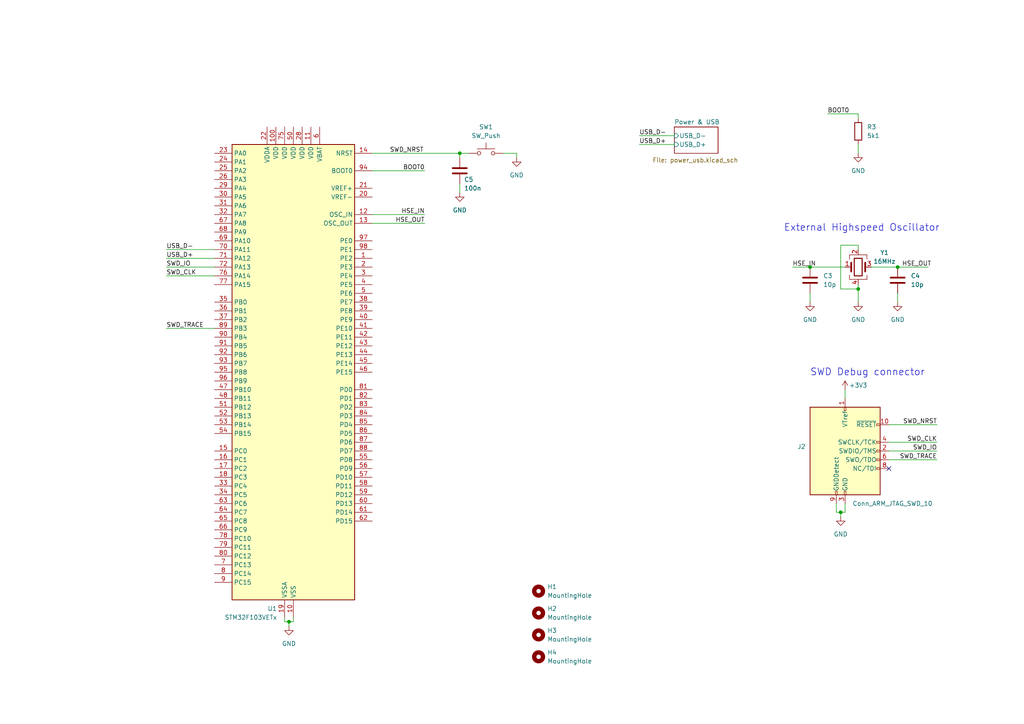
<source format=kicad_sch>
(kicad_sch (version 20230121) (generator eeschema)
  (paper "A4")
  (lib_symbols
    (symbol "Connector:Conn_ARM_JTAG_SWD_10" (pin_names (offset 1.016))
      (property "Reference" "J" (at -2.54 16.51 0))
      (property "Value" "Conn_ARM_JTAG_SWD_10" (at -2.54 13.97 0))
      (symbol "Conn_ARM_JTAG_SWD_10_0_1"
        (rectangle (start -10.16 12.7) (end 10.16 -12.7) (stroke (width 0.254)) (fill (type background)))
        (rectangle (start -2.794 -12.7) (end -2.286 -11.684))
        (rectangle (start -0.254 -12.7) (end 0.254 -11.684))
        (rectangle (start -0.254 12.7) (end 0.254 11.684))
        (rectangle (start 9.144 2.286) (end 10.16 2.794))
        (rectangle (start 10.16 -2.794) (end 9.144 -2.286))
        (rectangle (start 10.16 -0.254) (end 9.144 0.254))
        (rectangle (start 10.16 7.874) (end 9.144 7.366))
      )
      (symbol "Conn_ARM_JTAG_SWD_10_1_1"
        (rectangle (start 9.144 -5.334) (end 10.16 -4.826))
        (pin power_in line (at 0 15.24 270) (length 2.54) (name "VTref") (number "1"))
        (pin open_collector line (at 12.7 7.62 180) (length 2.54) (name "~{RESET}") (number "10"))
        (pin bidirectional line (at 12.7 0 180) (length 2.54) (name "SWDIO/TMS") (number "2"))
        (pin power_in line (at 0 -15.24 90) (length 2.54) (name "GND") (number "3"))
        (pin output line (at 12.7 2.54 180) (length 2.54) (name "SWCLK/TCK") (number "4"))
        (pin passive line (at 0 -15.24 90) (length 2.54) hide (name "GND") (number "5"))
        (pin input line (at 12.7 -2.54 180) (length 2.54) (name "SWO/TDO") (number "6"))
        (pin no_connect line (at -10.16 0 0) (length 2.54) hide (name "KEY") (number "7"))
        (pin output line (at 12.7 -5.08 180) (length 2.54) (name "NC/TDI") (number "8"))
        (pin passive line (at -2.54 -15.24 90) (length 2.54) (name "GNDDetect") (number "9"))
      )
    )
    (symbol "Device:C" (pin_numbers hide) (pin_names (offset 0.254))
      (property "Reference" "C" (at 0.635 2.54 0))
      (property "Value" "C" (at 0.635 -2.54 0))
      (symbol "C_0_1"
        (polyline (pts (xy -2.032 -0.762) (xy 2.032 -0.762)) (stroke (width 0.508)))
        (polyline (pts (xy -2.032 0.762) (xy 2.032 0.762)) (stroke (width 0.508)))
      )
      (symbol "C_1_1"
        (pin passive line (at 0 3.81 270) (length 2.794) (name "~") (number "1"))
        (pin passive line (at 0 -3.81 90) (length 2.794) (name "~") (number "2"))
      )
    )
    (symbol "Device:Crystal_GND24" (pin_names (offset 1.016) hide)
      (property "Reference" "Y" (at 3.175 5.08 0))
      (property "Value" "Crystal_GND24" (at 3.175 3.175 0))
      (symbol "Crystal_GND24_0_1"
        (rectangle (start -1.143 2.54) (end 1.143 -2.54) (stroke (width 0.3048)))
        (polyline (pts (xy -2.54 0) (xy -2.032 0)))
        (polyline (pts (xy -2.032 -1.27) (xy -2.032 1.27)) (stroke (width 0.508)))
        (polyline (pts (xy 0 -3.81) (xy 0 -3.556)))
        (polyline (pts (xy 0 3.556) (xy 0 3.81)))
        (polyline (pts (xy 2.032 -1.27) (xy 2.032 1.27)) (stroke (width 0.508)))
        (polyline (pts (xy 2.032 0) (xy 2.54 0)))
        (polyline (pts (xy -2.54 -2.286) (xy -2.54 -3.556) (xy 2.54 -3.556) (xy 2.54 -2.286)))
        (polyline (pts (xy -2.54 2.286) (xy -2.54 3.556) (xy 2.54 3.556) (xy 2.54 2.286)))
      )
      (symbol "Crystal_GND24_1_1"
        (pin passive line (at -3.81 0 0) (length 1.27) (name "1") (number "1"))
        (pin passive line (at 0 5.08 270) (length 1.27) (name "2") (number "2"))
        (pin passive line (at 3.81 0 180) (length 1.27) (name "3") (number "3"))
        (pin passive line (at 0 -5.08 90) (length 1.27) (name "4") (number "4"))
      )
    )
    (symbol "Device:R" (pin_numbers hide) (pin_names (offset 0))
      (property "Reference" "R" (at 2.032 0 90))
      (property "Value" "R" (at 0 0 90))
      (symbol "R_0_1"
        (rectangle (start -1.016 -2.54) (end 1.016 2.54) (stroke (width 0.254)))
      )
      (symbol "R_1_1"
        (pin passive line (at 0 3.81 270) (length 1.27) (name "~") (number "1"))
        (pin passive line (at 0 -3.81 90) (length 1.27) (name "~") (number "2"))
      )
    )
    (symbol "MCU_ST_STM32F1:STM32F103VETx"
      (property "Reference" "U" (at -17.78 67.31 0))
      (property "Value" "STM32F103VETx" (at 10.16 67.31 0))
      (symbol "STM32F103VETx_0_1"
        (rectangle (start -17.78 -66.04) (end 17.78 66.04) (stroke (width 0.254)) (fill (type background)))
      )
      (symbol "STM32F103VETx_1_1"
        (pin bidirectional line (at -22.86 33.02 0) (length 5.08) (name "PE2") (number "1"))
        (pin power_in line (at 0 -71.12 90) (length 5.08) (name "VSS") (number "10"))
        (pin power_in line (at 5.08 71.12 270) (length 5.08) (name "VDD") (number "100"))
        (pin power_in line (at -5.08 71.12 270) (length 5.08) (name "VDD") (number "11"))
        (pin input line (at -22.86 45.72 0) (length 5.08) (name "OSC_IN") (number "12"))
        (pin input line (at -22.86 43.18 0) (length 5.08) (name "OSC_OUT") (number "13"))
        (pin input line (at -22.86 63.5 0) (length 5.08) (name "NRST") (number "14"))
        (pin bidirectional line (at 22.86 -22.86 180) (length 5.08) (name "PC0") (number "15"))
        (pin bidirectional line (at 22.86 -25.4 180) (length 5.08) (name "PC1") (number "16"))
        (pin bidirectional line (at 22.86 -27.94 180) (length 5.08) (name "PC2") (number "17"))
        (pin bidirectional line (at 22.86 -30.48 180) (length 5.08) (name "PC3") (number "18"))
        (pin power_in line (at 2.54 -71.12 90) (length 5.08) (name "VSSA") (number "19"))
        (pin bidirectional line (at -22.86 30.48 0) (length 5.08) (name "PE3") (number "2"))
        (pin input line (at -22.86 50.8 0) (length 5.08) (name "VREF-") (number "20"))
        (pin input line (at -22.86 53.34 0) (length 5.08) (name "VREF+") (number "21"))
        (pin power_in line (at 7.62 71.12 270) (length 5.08) (name "VDDA") (number "22"))
        (pin bidirectional line (at 22.86 63.5 180) (length 5.08) (name "PA0") (number "23"))
        (pin bidirectional line (at 22.86 60.96 180) (length 5.08) (name "PA1") (number "24"))
        (pin bidirectional line (at 22.86 58.42 180) (length 5.08) (name "PA2") (number "25"))
        (pin bidirectional line (at 22.86 55.88 180) (length 5.08) (name "PA3") (number "26"))
        (pin passive line (at 0 -71.12 90) (length 5.08) hide (name "VSS") (number "27"))
        (pin power_in line (at -2.54 71.12 270) (length 5.08) (name "VDD") (number "28"))
        (pin bidirectional line (at 22.86 53.34 180) (length 5.08) (name "PA4") (number "29"))
        (pin bidirectional line (at -22.86 27.94 0) (length 5.08) (name "PE4") (number "3"))
        (pin bidirectional line (at 22.86 50.8 180) (length 5.08) (name "PA5") (number "30"))
        (pin bidirectional line (at 22.86 48.26 180) (length 5.08) (name "PA6") (number "31"))
        (pin bidirectional line (at 22.86 45.72 180) (length 5.08) (name "PA7") (number "32"))
        (pin bidirectional line (at 22.86 -33.02 180) (length 5.08) (name "PC4") (number "33"))
        (pin bidirectional line (at 22.86 -35.56 180) (length 5.08) (name "PC5") (number "34"))
        (pin bidirectional line (at 22.86 20.32 180) (length 5.08) (name "PB0") (number "35"))
        (pin bidirectional line (at 22.86 17.78 180) (length 5.08) (name "PB1") (number "36"))
        (pin bidirectional line (at 22.86 15.24 180) (length 5.08) (name "PB2") (number "37"))
        (pin bidirectional line (at -22.86 20.32 0) (length 5.08) (name "PE7") (number "38"))
        (pin bidirectional line (at -22.86 17.78 0) (length 5.08) (name "PE8") (number "39"))
        (pin bidirectional line (at -22.86 25.4 0) (length 5.08) (name "PE5") (number "4"))
        (pin bidirectional line (at -22.86 15.24 0) (length 5.08) (name "PE9") (number "40"))
        (pin bidirectional line (at -22.86 12.7 0) (length 5.08) (name "PE10") (number "41"))
        (pin bidirectional line (at -22.86 10.16 0) (length 5.08) (name "PE11") (number "42"))
        (pin bidirectional line (at -22.86 7.62 0) (length 5.08) (name "PE12") (number "43"))
        (pin bidirectional line (at -22.86 5.08 0) (length 5.08) (name "PE13") (number "44"))
        (pin bidirectional line (at -22.86 2.54 0) (length 5.08) (name "PE14") (number "45"))
        (pin bidirectional line (at -22.86 0 0) (length 5.08) (name "PE15") (number "46"))
        (pin bidirectional line (at 22.86 -5.08 180) (length 5.08) (name "PB10") (number "47"))
        (pin bidirectional line (at 22.86 -7.62 180) (length 5.08) (name "PB11") (number "48"))
        (pin passive line (at 0 -71.12 90) (length 5.08) hide (name "VSS") (number "49"))
        (pin bidirectional line (at -22.86 22.86 0) (length 5.08) (name "PE6") (number "5"))
        (pin power_in line (at 0 71.12 270) (length 5.08) (name "VDD") (number "50"))
        (pin bidirectional line (at 22.86 -10.16 180) (length 5.08) (name "PB12") (number "51"))
        (pin bidirectional line (at 22.86 -12.7 180) (length 5.08) (name "PB13") (number "52"))
        (pin bidirectional line (at 22.86 -15.24 180) (length 5.08) (name "PB14") (number "53"))
        (pin bidirectional line (at 22.86 -17.78 180) (length 5.08) (name "PB15") (number "54"))
        (pin bidirectional line (at -22.86 -25.4 0) (length 5.08) (name "PD8") (number "55"))
        (pin bidirectional line (at -22.86 -27.94 0) (length 5.08) (name "PD9") (number "56"))
        (pin bidirectional line (at -22.86 -30.48 0) (length 5.08) (name "PD10") (number "57"))
        (pin bidirectional line (at -22.86 -33.02 0) (length 5.08) (name "PD11") (number "58"))
        (pin bidirectional line (at -22.86 -35.56 0) (length 5.08) (name "PD12") (number "59"))
        (pin power_in line (at -7.62 71.12 270) (length 5.08) (name "VBAT") (number "6"))
        (pin bidirectional line (at -22.86 -38.1 0) (length 5.08) (name "PD13") (number "60"))
        (pin bidirectional line (at -22.86 -40.64 0) (length 5.08) (name "PD14") (number "61"))
        (pin bidirectional line (at -22.86 -43.18 0) (length 5.08) (name "PD15") (number "62"))
        (pin bidirectional line (at 22.86 -38.1 180) (length 5.08) (name "PC6") (number "63"))
        (pin bidirectional line (at 22.86 -40.64 180) (length 5.08) (name "PC7") (number "64"))
        (pin bidirectional line (at 22.86 -43.18 180) (length 5.08) (name "PC8") (number "65"))
        (pin bidirectional line (at 22.86 -45.72 180) (length 5.08) (name "PC9") (number "66"))
        (pin bidirectional line (at 22.86 43.18 180) (length 5.08) (name "PA8") (number "67"))
        (pin bidirectional line (at 22.86 40.64 180) (length 5.08) (name "PA9") (number "68"))
        (pin bidirectional line (at 22.86 38.1 180) (length 5.08) (name "PA10") (number "69"))
        (pin bidirectional line (at 22.86 -55.88 180) (length 5.08) (name "PC13") (number "7"))
        (pin bidirectional line (at 22.86 35.56 180) (length 5.08) (name "PA11") (number "70"))
        (pin bidirectional line (at 22.86 33.02 180) (length 5.08) (name "PA12") (number "71"))
        (pin bidirectional line (at 22.86 30.48 180) (length 5.08) (name "PA13") (number "72"))
        (pin no_connect line (at -17.78 -66.04 0) (length 5.08) hide (name "NC") (number "73"))
        (pin passive line (at 0 -71.12 90) (length 5.08) hide (name "VSS") (number "74"))
        (pin power_in line (at 2.54 71.12 270) (length 5.08) (name "VDD") (number "75"))
        (pin bidirectional line (at 22.86 27.94 180) (length 5.08) (name "PA14") (number "76"))
        (pin bidirectional line (at 22.86 25.4 180) (length 5.08) (name "PA15") (number "77"))
        (pin bidirectional line (at 22.86 -48.26 180) (length 5.08) (name "PC10") (number "78"))
        (pin bidirectional line (at 22.86 -50.8 180) (length 5.08) (name "PC11") (number "79"))
        (pin bidirectional line (at 22.86 -58.42 180) (length 5.08) (name "PC14") (number "8"))
        (pin bidirectional line (at 22.86 -53.34 180) (length 5.08) (name "PC12") (number "80"))
        (pin bidirectional line (at -22.86 -5.08 0) (length 5.08) (name "PD0") (number "81"))
        (pin bidirectional line (at -22.86 -7.62 0) (length 5.08) (name "PD1") (number "82"))
        (pin bidirectional line (at -22.86 -10.16 0) (length 5.08) (name "PD2") (number "83"))
        (pin bidirectional line (at -22.86 -12.7 0) (length 5.08) (name "PD3") (number "84"))
        (pin bidirectional line (at -22.86 -15.24 0) (length 5.08) (name "PD4") (number "85"))
        (pin bidirectional line (at -22.86 -17.78 0) (length 5.08) (name "PD5") (number "86"))
        (pin bidirectional line (at -22.86 -20.32 0) (length 5.08) (name "PD6") (number "87"))
        (pin bidirectional line (at -22.86 -22.86 0) (length 5.08) (name "PD7") (number "88"))
        (pin bidirectional line (at 22.86 12.7 180) (length 5.08) (name "PB3") (number "89"))
        (pin bidirectional line (at 22.86 -60.96 180) (length 5.08) (name "PC15") (number "9"))
        (pin bidirectional line (at 22.86 10.16 180) (length 5.08) (name "PB4") (number "90"))
        (pin bidirectional line (at 22.86 7.62 180) (length 5.08) (name "PB5") (number "91"))
        (pin bidirectional line (at 22.86 5.08 180) (length 5.08) (name "PB6") (number "92"))
        (pin bidirectional line (at 22.86 2.54 180) (length 5.08) (name "PB7") (number "93"))
        (pin input line (at -22.86 58.42 0) (length 5.08) (name "BOOT0") (number "94"))
        (pin bidirectional line (at 22.86 0 180) (length 5.08) (name "PB8") (number "95"))
        (pin bidirectional line (at 22.86 -2.54 180) (length 5.08) (name "PB9") (number "96"))
        (pin bidirectional line (at -22.86 38.1 0) (length 5.08) (name "PE0") (number "97"))
        (pin bidirectional line (at -22.86 35.56 0) (length 5.08) (name "PE1") (number "98"))
        (pin passive line (at 0 -71.12 90) (length 5.08) hide (name "VSS") (number "99"))
      )
    )
    (symbol "Mechanical:MountingHole" (pin_names (offset 1.016))
      (property "Reference" "H" (at 0 5.08 0))
      (property "Value" "MountingHole" (at 0 3.175 0))
      (symbol "MountingHole_0_1"
        (circle (center 0 0) (radius 1.27) (stroke (width 1.27)))
      )
    )
    (symbol "Switch:SW_Push" (pin_numbers hide) (pin_names (offset 1.016) hide)
      (property "Reference" "SW" (at 1.27 2.54 0))
      (property "Value" "SW_Push" (at 0 -1.524 0))
      (symbol "SW_Push_0_1"
        (circle (center -2.032 0) (radius 0.508))
        (polyline (pts (xy 0 1.27) (xy 0 3.048)))
        (polyline (pts (xy 2.54 1.27) (xy -2.54 1.27)))
        (circle (center 2.032 0) (radius 0.508))
        (pin passive line (at -5.08 0 0) (length 2.54) (name "1") (number "1"))
        (pin passive line (at 5.08 0 180) (length 2.54) (name "2") (number "2"))
      )
    )
    (symbol "power:+3V3" (power) (pin_names (offset 0))
      (property "Value" "+3V3" (at 0 3.556 0))
      (symbol "+3V3_0_1"
        (polyline (pts (xy -0.762 1.27) (xy 0 2.54)))
        (polyline (pts (xy 0 0) (xy 0 2.54)))
        (polyline (pts (xy 0 2.54) (xy 0.762 1.27)))
      )
      (symbol "+3V3_1_1"
        (pin power_in line (at 0 0 90) (length 0) hide (name "+3V3") (number "1"))
      )
    )
    (symbol "power:GND" (power) (pin_names (offset 0))
      (property "Value" "GND" (at 0 -3.81 0))
      (symbol "GND_0_1"
        (polyline (pts (xy 0 0) (xy 0 -1.27) (xy 1.27 -1.27) (xy 0 -2.54) (xy -1.27 -1.27) (xy 0 -1.27)))
      )
      (symbol "GND_1_1"
        (pin power_in line (at 0 0 270) (length 0) hide (name "GND") (number "1"))
      )
    )
  )
  (junction (at 243.84 148.59))
  (junction (at 234.95 77.47))
  (junction (at 133.35 44.45))
  (junction (at 83.82 180.34))
  (junction (at 260.35 77.47))
  (junction (at 248.92 83.82))
  (no_connect (at 257.81 135.89))
  (wire (pts (xy 248.92 82.55) (xy 248.92 83.82)))
  (wire (pts (xy 248.92 72.39) (xy 248.92 71.12)))
  (wire (pts (xy 48.26 74.93) (xy 62.23 74.93)))
  (wire (pts (xy 240.03 33.02) (xy 248.92 33.02)))
  (wire (pts (xy 107.95 64.77) (xy 123.19 64.77)))
  (wire (pts (xy 257.81 128.27) (xy 271.78 128.27)))
  (wire (pts (xy 242.57 146.05) (xy 242.57 148.59)))
  (wire (pts (xy 133.35 44.45) (xy 133.35 45.72)))
  (wire (pts (xy 48.26 95.25) (xy 62.23 95.25)))
  (wire (pts (xy 82.55 179.07) (xy 82.55 180.34)))
  (wire (pts (xy 245.11 146.05) (xy 245.11 148.59)))
  (wire (pts (xy 252.73 77.47) (xy 260.35 77.47)))
  (wire (pts (xy 243.84 148.59) (xy 245.11 148.59)))
  (wire (pts (xy 243.84 83.82) (xy 248.92 83.82)))
  (wire (pts (xy 107.95 62.23) (xy 123.19 62.23)))
  (wire (pts (xy 107.95 44.45) (xy 133.35 44.45)))
  (wire (pts (xy 185.42 39.37) (xy 195.58 39.37)))
  (wire (pts (xy 242.57 148.59) (xy 243.84 148.59)))
  (wire (pts (xy 83.82 180.34) (xy 85.09 180.34)))
  (wire (pts (xy 245.11 113.03) (xy 245.11 115.57)))
  (wire (pts (xy 234.95 85.09) (xy 234.95 87.63)))
  (wire (pts (xy 248.92 33.02) (xy 248.92 34.29)))
  (wire (pts (xy 82.55 180.34) (xy 83.82 180.34)))
  (wire (pts (xy 248.92 41.91) (xy 248.92 44.45)))
  (wire (pts (xy 133.35 44.45) (xy 135.89 44.45)))
  (wire (pts (xy 243.84 71.12) (xy 243.84 83.82)))
  (wire (pts (xy 149.86 45.72) (xy 149.86 44.45)))
  (wire (pts (xy 83.82 180.34) (xy 83.82 181.61)))
  (wire (pts (xy 107.95 49.53) (xy 123.19 49.53)))
  (wire (pts (xy 248.92 83.82) (xy 248.92 87.63)))
  (wire (pts (xy 234.95 77.47) (xy 245.11 77.47)))
  (wire (pts (xy 229.87 77.47) (xy 234.95 77.47)))
  (wire (pts (xy 48.26 72.39) (xy 62.23 72.39)))
  (wire (pts (xy 248.92 71.12) (xy 243.84 71.12)))
  (wire (pts (xy 260.35 85.09) (xy 260.35 87.63)))
  (wire (pts (xy 260.35 77.47) (xy 269.24 77.47)))
  (wire (pts (xy 257.81 133.35) (xy 271.78 133.35)))
  (wire (pts (xy 185.42 41.91) (xy 195.58 41.91)))
  (wire (pts (xy 149.86 44.45) (xy 146.05 44.45)))
  (wire (pts (xy 48.26 77.47) (xy 62.23 77.47)))
  (wire (pts (xy 85.09 179.07) (xy 85.09 180.34)))
  (wire (pts (xy 257.81 130.81) (xy 271.78 130.81)))
  (wire (pts (xy 243.84 148.59) (xy 243.84 149.86)))
  (wire (pts (xy 133.35 53.34) (xy 133.35 55.88)))
  (wire (pts (xy 48.26 80.01) (xy 62.23 80.01)))
  (wire (pts (xy 257.81 123.19) (xy 271.78 123.19)))
  (text "SWD Debug connector" (at 234.95 109.22 0) (effects (font (size 2 2)) (justify left bottom)))
  (text "External Highspeed Oscillator" (at 227.33 67.31 0) (effects (font (size 2 2)) (justify left bottom)))
  (label "HSE_IN" (at 229.87 77.47 0))
  (label "USB_D-" (at 185.42 39.37 0))
  (label "BOOT0" (at 240.03 33.02 0))
  (label "USB_D+" (at 185.42 41.91 0))
  (label "HSE_IN" (at 123.19 62.23 180))
  (label "SWD_TRACE" (at 48.26 95.25 0))
  (label "HSE_OUT" (at 123.19 64.77 180))
  (label "BOOT0" (at 123.19 49.53 180))
  (label "SWD_TRACE" (at 271.78 133.35 180))
  (label "SWD_CLK" (at 48.26 80.01 0))
  (label "USB_D-" (at 48.26 72.39 0))
  (label "USB_D+" (at 48.26 74.93 0))
  (label "SWD_NRST" (at 271.78 123.19 180))
  (label "HSE_OUT" (at 261.62 77.47 0))
  (label "SWD_IO" (at 271.78 130.81 180))
  (label "SWD_NRST" (at 113.03 44.45 0))
  (label "SWD_CLK" (at 271.78 128.27 180))
  (label "SWD_IO" (at 48.26 77.47 0))
  (symbol (lib_id "Mechanical:MountingHole") (at 156.21 184.15 0) (unit 1) (in_bom no)
    (property "Reference" "H3" (at 158.75 182.88 0) (effects (justify left)))
    (property "Value" "MountingHole" (at 158.75 185.42 0) (effects (justify left)))
    (property "Footprint" "MountingHole:MountingHole_2.2mm_M2" (effects hide))
  )
  (symbol (lib_id "Connector:Conn_ARM_JTAG_SWD_10") (at 245.11 130.81 0) (unit 1) (in_bom no)
    (property "Reference" "J2" (at 233.68 129.54 0) (effects (justify right)))
    (property "Value" "Conn_ARM_JTAG_SWD_10" (at 270.51 146.05 0) (effects (justify right)))
    (property "Footprint" "Connector_PinHeader_2.54mm:PinHeader_2x05_P2.54mm_Vertical" (effects hide))
    (property "Datasheet" "http://infocenter.arm.com/help/topic/com.arm.doc.ddi0314h/DDI0314H_coresight_components_trm.pdf" (effects hide))
  )
  (symbol (lib_id "MCU_ST_STM32F1:STM32F103VETx") (at 85.09 107.95 0) (mirror y) (unit 1)
    (property "Reference" "U1" (at 80.3559 176.53 0) (effects (justify left)))
    (property "Value" "STM32F103VETx" (at 80.3559 179.07 0) (effects (justify left)))
    (property "Footprint" "Package_QFP:LQFP-100_14x14mm_P0.5mm" (effects hide))
    (property "Datasheet" "https://www.st.com/resource/en/datasheet/stm32f103ve.pdf" (effects hide))
  )
  (symbol (lib_id "Device:R") (at 248.92 38.1 180) (unit 1)
    (property "Reference" "R3" (at 251.46 36.83 0) (effects (justify right)))
    (property "Value" "5k1" (at 251.46 39.37 0) (effects (justify right)))
    (property "Footprint" "Resistor_SMD:R_0603_1608Metric" (effects hide))
    (property "Datasheet" "https://www.lcsc.com/datasheet/lcsc_datasheet_2206010116_UNI-ROYAL-Uniroyal-Elec-0603WAF5101T5E_C23186.pdf" (effects hide))
    (property "JLCPCB Part" "C23186" (effects hide))
    (property "Manufracturer" "UNI-ROYAL(Uniroyal Elec)" (effects hide))
    (property "Manufracturer Part Number" "0603WAF5101T5E" (effects hide))
  )
  (symbol (lib_id "Device:Crystal_GND24") (at 248.92 77.47 0) (unit 1)
    (property "Reference" "Y1" (at 256.54 73.2791 0))
    (property "Value" "16MHz" (at 256.54 75.8191 0))
    (property "Footprint" "Crystal:Crystal_SMD_2016-4Pin_2.0x1.6mm" (effects hide))
    (property "Datasheet" "https://datasheet.lcsc.com/lcsc/2201241630_YXC-XL7EL89CLI-111YLC-16M_C2965578.pdf" (effects hide))
    (property "JLCPCB Part" "C2965578" (effects hide))
    (property "Manufracturer" "YXC" (effects hide))
    (property "Manufracturer Part Number" "XL7EL89CLI-111YLC-16M" (effects hide))
  )
  (symbol (lib_id "power:GND") (at 248.92 44.45 0) (unit 1)
    (property "Reference" "#PWR014" (effects hide))
    (property "Value" "GND" (at 248.92 49.53 0))
  )
  (symbol (lib_id "power:GND") (at 149.86 45.72 0) (unit 1)
    (property "Reference" "#PWR018" (effects hide))
    (property "Value" "GND" (at 149.86 50.8 0))
  )
  (symbol (lib_id "power:GND") (at 83.82 181.61 0) (unit 1)
    (property "Reference" "#PWR01" (effects hide))
    (property "Value" "GND" (at 83.82 186.69 0))
  )
  (symbol (lib_id "power:GND") (at 260.35 87.63 0) (unit 1)
    (property "Reference" "#PWR013" (effects hide))
    (property "Value" "GND" (at 260.35 92.71 0))
  )
  (symbol (lib_id "Mechanical:MountingHole") (at 156.21 171.45 0) (unit 1) (in_bom no)
    (property "Reference" "H1" (at 158.75 170.18 0) (effects (justify left)))
    (property "Value" "MountingHole" (at 158.75 172.72 0) (effects (justify left)))
    (property "Footprint" "MountingHole:MountingHole_2.2mm_M2" (effects hide))
  )
  (symbol (lib_id "power:GND") (at 234.95 87.63 0) (unit 1)
    (property "Reference" "#PWR011" (effects hide))
    (property "Value" "GND" (at 234.95 92.71 0))
  )
  (symbol (lib_id "Device:C") (at 260.35 81.28 0) (unit 1)
    (property "Reference" "C4" (at 264.16 80.01 0) (effects (justify left)))
    (property "Value" "10p" (at 264.16 82.55 0) (effects (justify left)))
    (property "Footprint" "Capacitor_SMD:C_0603_1608Metric" (effects hide))
    (property "Datasheet" "https://www.lcsc.com/datasheet/lcsc_datasheet_2304140030_YAGEO-CC0603JRNPO9BN100_C106245.pdf" (effects hide))
    (property "JLCPCB Part" "C106245" (effects hide))
    (property "Manufracturer" "YAGEO" (effects hide))
    (property "Manufracturer Part Number" "CC0603JRNPO9BN100" (effects hide))
  )
  (symbol (lib_id "Mechanical:MountingHole") (at 156.21 190.5 0) (unit 1) (in_bom no)
    (property "Reference" "H4" (at 158.75 189.23 0) (effects (justify left)))
    (property "Value" "MountingHole" (at 158.75 191.77 0) (effects (justify left)))
    (property "Footprint" "MountingHole:MountingHole_2.2mm_M2" (effects hide))
  )
  (symbol (lib_id "Mechanical:MountingHole") (at 156.21 177.8 0) (unit 1) (in_bom no)
    (property "Reference" "H2" (at 158.75 176.53 0) (effects (justify left)))
    (property "Value" "MountingHole" (at 158.75 179.07 0) (effects (justify left)))
    (property "Footprint" "MountingHole:MountingHole_2.2mm_M2" (effects hide))
  )
  (symbol (lib_id "Switch:SW_Push") (at 140.97 44.45 0) (unit 1) (in_bom no)
    (property "Reference" "SW1" (at 140.97 36.83 0))
    (property "Value" "SW_Push" (at 140.97 39.37 0))
    (property "Footprint" "Button_Switch_SMD:SW_Push_1P1T_XKB_TS-1187A" (effects hide))
    (property "Datasheet" "https://datasheet.lcsc.com/lcsc/2304140030_XKB-Connectivity-TS-1187A-B-A-B_C318884.pdf" (effects hide))
    (property "Manufracturer" "XKB Connectivity" (effects hide))
    (property "Manufracturer Part Number" "TS-1187A-B-A-B" (effects hide))
    (property "JLCPCB Part" "C318884" (effects hide))
  )
  (symbol (lib_id "Device:C") (at 133.35 49.53 0) (unit 1)
    (property "Reference" "C5" (at 134.62 52.07 0) (effects (justify left)))
    (property "Value" "100n" (at 134.62 54.61 0) (effects (justify left)))
    (property "Footprint" "Capacitor_SMD:C_0603_1608Metric" (effects hide))
    (property "Datasheet" "https://www.lcsc.com/datasheet/lcsc_datasheet_2211101700_YAGEO-CC0603KRX7R9BB104_C14663.pdf" (effects hide))
    (property "Manufracturer" "YAGEO" (effects hide))
    (property "Manufracturer Part Number" "CC0603KRX7R9BB104" (effects hide))
    (property "JLCPCB Part" "C14663" (effects hide))
  )
  (symbol (lib_id "power:GND") (at 133.35 55.88 0) (unit 1)
    (property "Reference" "#PWR017" (effects hide))
    (property "Value" "GND" (at 133.35 60.96 0))
  )
  (symbol (lib_id "Device:C") (at 234.95 81.28 0) (unit 1)
    (property "Reference" "C3" (at 238.76 80.01 0) (effects (justify left)))
    (property "Value" "10p" (at 238.76 82.55 0) (effects (justify left)))
    (property "Footprint" "Capacitor_SMD:C_0603_1608Metric" (effects hide))
    (property "Datasheet" "https://www.lcsc.com/datasheet/lcsc_datasheet_2304140030_YAGEO-CC0603JRNPO9BN100_C106245.pdf" (effects hide))
    (property "JLCPCB Part" "C106245" (effects hide))
    (property "Manufracturer" "YAGEO" (effects hide))
    (property "Manufracturer Part Number" "CC0603JRNPO9BN100" (effects hide))
  )
  (symbol (lib_id "power:GND") (at 243.84 149.86 0) (unit 1)
    (property "Reference" "#PWR03" (effects hide))
    (property "Value" "GND" (at 243.84 154.94 0))
  )
  (symbol (lib_id "power:GND") (at 248.92 87.63 0) (unit 1)
    (property "Reference" "#PWR012" (effects hide))
    (property "Value" "GND" (at 248.92 92.71 0))
  )
  (symbol (lib_id "power:+3V3") (at 245.11 113.03 0) (unit 1)
    (property "Reference" "#PWR05" (effects hide))
    (property "Value" "+3V3" (at 248.92 111.76 0))
  )
  (sheet (at 195.58 36.83) (size 12.7 7.62) (stroke (width 0.1524))
    (property "Sheetname" "Power & USB" (at 195.58 36.1184 0) (effects (justify left bottom)))
    (property "Sheetfile" "power_usb.kicad_sch" (at 189.23 45.72 0) (effects (justify left top)))
    (pin "USB_D+" input (at 195.58 41.91 180))
    (pin "USB_D-" input (at 195.58 39.37 180))
  )
)
</source>
